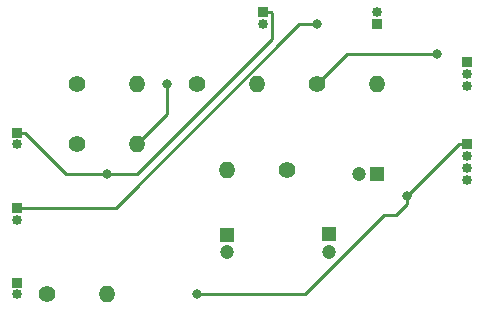
<source format=gbr>
%TF.GenerationSoftware,KiCad,Pcbnew,(6.0.10-0)*%
%TF.CreationDate,2023-01-15T22:19:43+09:00*%
%TF.ProjectId,interface,696e7465-7266-4616-9365-2e6b69636164,rev?*%
%TF.SameCoordinates,Original*%
%TF.FileFunction,Copper,L2,Bot*%
%TF.FilePolarity,Positive*%
%FSLAX46Y46*%
G04 Gerber Fmt 4.6, Leading zero omitted, Abs format (unit mm)*
G04 Created by KiCad (PCBNEW (6.0.10-0)) date 2023-01-15 22:19:43*
%MOMM*%
%LPD*%
G01*
G04 APERTURE LIST*
%TA.AperFunction,ComponentPad*%
%ADD10C,1.400000*%
%TD*%
%TA.AperFunction,ComponentPad*%
%ADD11O,1.400000X1.400000*%
%TD*%
%TA.AperFunction,ComponentPad*%
%ADD12R,0.850000X0.850000*%
%TD*%
%TA.AperFunction,ComponentPad*%
%ADD13O,0.850000X0.850000*%
%TD*%
%TA.AperFunction,ComponentPad*%
%ADD14R,1.200000X1.200000*%
%TD*%
%TA.AperFunction,ComponentPad*%
%ADD15C,1.200000*%
%TD*%
%TA.AperFunction,ViaPad*%
%ADD16C,0.800000*%
%TD*%
%TA.AperFunction,Conductor*%
%ADD17C,0.250000*%
%TD*%
G04 APERTURE END LIST*
D10*
%TO.P,R4,1*%
%TO.N,Net-(R4-Pad1)*%
X144780000Y-101230000D03*
D11*
%TO.P,R4,2*%
%TO.N,Net-(C1-Pad2)*%
X139700000Y-101230000D03*
%TD*%
D12*
%TO.P,J4,1,Pin_1*%
%TO.N,Net-(J4-Pad1)*%
X121954870Y-104456250D03*
D13*
%TO.P,J4,2,Pin_2*%
%TO.N,Net-(J4-Pad2)*%
X121954870Y-105456250D03*
%TD*%
D12*
%TO.P,J3,1,Pin_1*%
%TO.N,Net-(C3-Pad2)*%
X121920000Y-98060000D03*
D13*
%TO.P,J3,2,Pin_2*%
%TO.N,Net-(R1-Pad1)*%
X121920000Y-99060000D03*
%TD*%
D12*
%TO.P,J6,1,Pin_1*%
%TO.N,Net-(C3-Pad2)*%
X142781724Y-87855000D03*
D13*
%TO.P,J6,2,Pin_2*%
%TO.N,Net-(R2-Pad2)*%
X142781724Y-88855000D03*
%TD*%
D10*
%TO.P,R6,1*%
%TO.N,Net-(J1-Pad1)*%
X147320000Y-93980000D03*
D11*
%TO.P,R6,2*%
%TO.N,Net-(J4-Pad2)*%
X152400000Y-93980000D03*
%TD*%
D10*
%TO.P,R5,1*%
%TO.N,Net-(J4-Pad2)*%
X137160000Y-93980000D03*
D11*
%TO.P,R5,2*%
%TO.N,Net-(J7-Pad2)*%
X142240000Y-93980000D03*
%TD*%
D10*
%TO.P,R3,1*%
%TO.N,Net-(J5-Pad2)*%
X124460000Y-111760000D03*
D11*
%TO.P,R3,2*%
%TO.N,Net-(C1-Pad1)*%
X129540000Y-111760000D03*
%TD*%
D10*
%TO.P,R2,1*%
%TO.N,Net-(C1-Pad2)*%
X127000000Y-99060000D03*
D11*
%TO.P,R2,2*%
%TO.N,Net-(R2-Pad2)*%
X132080000Y-99060000D03*
%TD*%
D10*
%TO.P,R1,1*%
%TO.N,Net-(R1-Pad1)*%
X127000000Y-93980000D03*
D11*
%TO.P,R1,2*%
%TO.N,Net-(C1-Pad2)*%
X132080000Y-93980000D03*
%TD*%
D12*
%TO.P,J7,1,Pin_1*%
%TO.N,Net-(J4-Pad1)*%
X152400000Y-88858750D03*
D13*
%TO.P,J7,2,Pin_2*%
%TO.N,Net-(J7-Pad2)*%
X152400000Y-87858750D03*
%TD*%
D12*
%TO.P,J5,1,Pin_1*%
%TO.N,Net-(C3-Pad2)*%
X121920000Y-110760000D03*
D13*
%TO.P,J5,2,Pin_2*%
%TO.N,Net-(J5-Pad2)*%
X121920000Y-111760000D03*
%TD*%
D12*
%TO.P,J2,1,Pin_1*%
%TO.N,Net-(C1-Pad1)*%
X160020000Y-99060000D03*
D13*
%TO.P,J2,2,Pin_2*%
%TO.N,Net-(R4-Pad1)*%
X160020000Y-100060000D03*
%TO.P,J2,3,Pin_3*%
%TO.N,unconnected-(J2-Pad3)*%
X160020000Y-101060000D03*
%TO.P,J2,4,Pin_4*%
%TO.N,Net-(C3-Pad2)*%
X160020000Y-102060000D03*
%TD*%
D12*
%TO.P,J1,1,Pin_1*%
%TO.N,Net-(J1-Pad1)*%
X160032026Y-92125000D03*
D13*
%TO.P,J1,2,Pin_2*%
%TO.N,unconnected-(J1-Pad2)*%
X160032026Y-93125000D03*
%TO.P,J1,3,Pin_3*%
%TO.N,Net-(J4-Pad1)*%
X160032026Y-94125000D03*
%TD*%
D14*
%TO.P,C3,1*%
%TO.N,Net-(C1-Pad2)*%
X139700000Y-106717446D03*
D15*
%TO.P,C3,2*%
%TO.N,Net-(C3-Pad2)*%
X139700000Y-108217446D03*
%TD*%
D14*
%TO.P,C2,1*%
%TO.N,Net-(C1-Pad2)*%
X148400000Y-106680000D03*
D15*
%TO.P,C2,2*%
%TO.N,Net-(C3-Pad2)*%
X148400000Y-108180000D03*
%TD*%
D14*
%TO.P,C1,1*%
%TO.N,Net-(C1-Pad1)*%
X152400000Y-101600000D03*
D15*
%TO.P,C1,2*%
%TO.N,Net-(C1-Pad2)*%
X150900000Y-101600000D03*
%TD*%
D16*
%TO.N,Net-(C1-Pad1)*%
X154940000Y-103465000D03*
%TO.N,Net-(C3-Pad2)*%
X129540000Y-101600000D03*
%TO.N,Net-(R2-Pad2)*%
X134620000Y-93980000D03*
%TO.N,Net-(J1-Pad1)*%
X157480000Y-91440000D03*
%TO.N,Net-(J4-Pad1)*%
X147320000Y-88900000D03*
%TO.N,Net-(C1-Pad1)*%
X137160000Y-111760000D03*
%TD*%
D17*
%TO.N,Net-(C3-Pad2)*%
X129540000Y-101600000D02*
X126135000Y-101600000D01*
X126135000Y-101600000D02*
X122595000Y-98060000D01*
X122595000Y-98060000D02*
X121920000Y-98060000D01*
X132080000Y-101600000D02*
X129540000Y-101600000D01*
X142781724Y-87855000D02*
X143456724Y-87855000D01*
X143531724Y-90148276D02*
X132080000Y-101600000D01*
X143531724Y-87930000D02*
X143531724Y-90148276D01*
X143456724Y-87855000D02*
X143531724Y-87930000D01*
%TO.N,Net-(R2-Pad2)*%
X134620000Y-93980000D02*
X134620000Y-96520000D01*
X134620000Y-96520000D02*
X132080000Y-99060000D01*
%TO.N,Net-(J1-Pad1)*%
X157480000Y-91440000D02*
X149860000Y-91440000D01*
X149860000Y-91440000D02*
X147320000Y-93980000D01*
%TO.N,Net-(J4-Pad1)*%
X147320000Y-88900000D02*
X145870431Y-88900000D01*
X145870431Y-88900000D02*
X130314181Y-104456250D01*
X130314181Y-104456250D02*
X121954870Y-104456250D01*
%TO.N,Net-(C1-Pad1)*%
X160020000Y-99060000D02*
X159345000Y-99060000D01*
X159345000Y-99060000D02*
X154940000Y-103465000D01*
X154940000Y-103465000D02*
X154940000Y-104140000D01*
X137160000Y-111760000D02*
X146361852Y-111760000D01*
X146361852Y-111760000D02*
X153056852Y-105065000D01*
X153056852Y-105065000D02*
X154015000Y-105065000D01*
X154015000Y-105065000D02*
X154940000Y-104140000D01*
%TD*%
M02*

</source>
